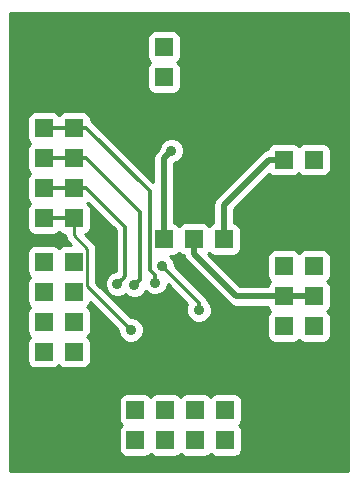
<source format=gbr>
G04 #@! TF.FileFunction,Copper,L1,Top,Signal*
%FSLAX46Y46*%
G04 Gerber Fmt 4.6, Leading zero omitted, Abs format (unit mm)*
G04 Created by KiCad (PCBNEW 0.201503251001+5534~22~ubuntu14.04.1-product) date Čt 26. březen 2015, 00:38:27 CET*
%MOMM*%
G01*
G04 APERTURE LIST*
%ADD10C,0.300000*%
%ADD11R,1.524000X1.524000*%
%ADD12C,6.000000*%
%ADD13C,0.889000*%
%ADD14C,0.500000*%
%ADD15C,0.254000*%
G04 APERTURE END LIST*
D10*
D11*
X11430000Y34290000D03*
X11430000Y36830000D03*
X13970000Y34290000D03*
X13970000Y36830000D03*
X16510000Y34290000D03*
X16510000Y36830000D03*
X3810000Y13589000D03*
X6350000Y13589000D03*
X3810000Y11049000D03*
X6350000Y11049000D03*
X6350000Y18669000D03*
X3810000Y18669000D03*
X3810000Y16129000D03*
X6350000Y16129000D03*
X24130000Y29845000D03*
X26670000Y29845000D03*
X24130000Y27305000D03*
X26670000Y27305000D03*
X24130000Y24765000D03*
X26670000Y24765000D03*
X11557000Y3556000D03*
X11557000Y6096000D03*
X14097000Y3556000D03*
X14097000Y6096000D03*
X16637000Y6096000D03*
X16637000Y3556000D03*
X19177000Y6096000D03*
X19177000Y3556000D03*
X6350000Y27432000D03*
X3810000Y27432000D03*
X3810000Y24892000D03*
X6350000Y24892000D03*
X6350000Y22352000D03*
X3810000Y22352000D03*
X3810000Y29972000D03*
X6350000Y29972000D03*
X13970000Y20574000D03*
X16510000Y20574000D03*
X19050000Y20574000D03*
X24130000Y20828000D03*
X26670000Y20828000D03*
X24130000Y18288000D03*
X26670000Y18288000D03*
X24130000Y15748000D03*
X26670000Y15748000D03*
X24130000Y13208000D03*
X26670000Y13208000D03*
X24130000Y10668000D03*
X26670000Y10668000D03*
D12*
X5080000Y35560000D03*
X5080000Y5080000D03*
X25400000Y35560000D03*
X25400000Y5080000D03*
D13*
X14605000Y28067000D03*
X24130000Y27305000D03*
X16930231Y14565769D03*
X13843000Y18288000D03*
X11477518Y16700488D03*
X10034704Y16777689D03*
X11176000Y12890500D03*
X13208000Y16890999D03*
D14*
X13970000Y20574000D02*
X13970000Y27432000D01*
X13970000Y27432000D02*
X14605000Y28067000D01*
X19050000Y20574000D02*
X19050000Y23487000D01*
X19050000Y23487000D02*
X22868000Y27305000D01*
X22868000Y27305000D02*
X24130000Y27305000D01*
D10*
X16930231Y14565769D02*
X16930231Y15200769D01*
X16930231Y15200769D02*
X13843000Y18288000D01*
X6350000Y27432000D02*
X3810000Y27432000D01*
X11938000Y17160970D02*
X11922017Y17144987D01*
X11922017Y17144987D02*
X11477518Y16700488D01*
X6350000Y27432000D02*
X7412000Y27432000D01*
X7412000Y27432000D02*
X11938000Y22906000D01*
X11938000Y22906000D02*
X11938000Y17160970D01*
X6350000Y24892000D02*
X3810000Y24892000D01*
X6350000Y24892000D02*
X7412000Y24892000D01*
X7412000Y24892000D02*
X10667999Y21636001D01*
X10667999Y21636001D02*
X10667999Y17410984D01*
X10479203Y17222188D02*
X10034704Y16777689D01*
X10667999Y17410984D02*
X10479203Y17222188D01*
X6350000Y22352000D02*
X3810000Y22352000D01*
D15*
X6350000Y22352000D02*
X6350000Y20878802D01*
X6350000Y20878802D02*
X7493001Y19735801D01*
X7493001Y19735801D02*
X7493001Y16573499D01*
X7493001Y16573499D02*
X10731501Y13334999D01*
X10731501Y13334999D02*
X11176000Y12890500D01*
D14*
X22868000Y15748000D02*
X24130000Y15748000D01*
X20074000Y15748000D02*
X22868000Y15748000D01*
X16510000Y19312000D02*
X20074000Y15748000D01*
X16510000Y20574000D02*
X16510000Y19312000D01*
X24130000Y15748000D02*
X26670000Y15748000D01*
D10*
X6350000Y29972000D02*
X3810000Y29972000D01*
X12763509Y24620491D02*
X12763509Y17964107D01*
X6350000Y29972000D02*
X7412000Y29972000D01*
X7412000Y29972000D02*
X12763509Y24620491D01*
X12763509Y17964107D02*
X13208000Y17519616D01*
X13208000Y17519616D02*
X13208000Y16890999D01*
D15*
G36*
X29541000Y939000D02*
X28079440Y939000D01*
X28079440Y12446000D01*
X28079440Y13970000D01*
X28032463Y14212123D01*
X27892673Y14424927D01*
X27814458Y14477723D01*
X27886927Y14525327D01*
X28029377Y14736360D01*
X28079440Y14986000D01*
X28079440Y16510000D01*
X28032463Y16752123D01*
X27892673Y16964927D01*
X27814458Y17017723D01*
X27886927Y17065327D01*
X28029377Y17276360D01*
X28079440Y17526000D01*
X28079440Y19050000D01*
X28032463Y19292123D01*
X27892673Y19504927D01*
X27681640Y19647377D01*
X27432000Y19697440D01*
X25908000Y19697440D01*
X25665877Y19650463D01*
X25453073Y19510673D01*
X25400277Y19432459D01*
X25352673Y19504927D01*
X25141640Y19647377D01*
X24892000Y19697440D01*
X23368000Y19697440D01*
X23125877Y19650463D01*
X22913073Y19510673D01*
X22770623Y19299640D01*
X22720560Y19050000D01*
X22720560Y17526000D01*
X22767537Y17283877D01*
X22907327Y17071073D01*
X22985541Y17018278D01*
X22913073Y16970673D01*
X22770623Y16759640D01*
X22745226Y16633000D01*
X20440579Y16633000D01*
X17724105Y19349474D01*
X17726927Y19351327D01*
X17779722Y19429542D01*
X17827327Y19357073D01*
X18038360Y19214623D01*
X18288000Y19164560D01*
X19812000Y19164560D01*
X20054123Y19211537D01*
X20266927Y19351327D01*
X20409377Y19562360D01*
X20459440Y19812000D01*
X20459440Y21336000D01*
X20412463Y21578123D01*
X20272673Y21790927D01*
X20061640Y21933377D01*
X19935000Y21958774D01*
X19935000Y23120421D01*
X22905473Y26090895D01*
X22907327Y26088073D01*
X23118360Y25945623D01*
X23368000Y25895560D01*
X24892000Y25895560D01*
X25134123Y25942537D01*
X25346927Y26082327D01*
X25399722Y26160542D01*
X25447327Y26088073D01*
X25658360Y25945623D01*
X25908000Y25895560D01*
X27432000Y25895560D01*
X27674123Y25942537D01*
X27886927Y26082327D01*
X28029377Y26293360D01*
X28079440Y26543000D01*
X28079440Y28067000D01*
X28032463Y28309123D01*
X27892673Y28521927D01*
X27681640Y28664377D01*
X27432000Y28714440D01*
X25908000Y28714440D01*
X25665877Y28667463D01*
X25453073Y28527673D01*
X25400277Y28449459D01*
X25352673Y28521927D01*
X25141640Y28664377D01*
X24892000Y28714440D01*
X23368000Y28714440D01*
X23125877Y28667463D01*
X22913073Y28527673D01*
X22770623Y28316640D01*
X22740125Y28164565D01*
X22529325Y28122633D01*
X22242210Y27930790D01*
X22242207Y27930787D01*
X18424210Y24112790D01*
X18232367Y23825675D01*
X18221189Y23769485D01*
X18164999Y23487000D01*
X18165000Y23486994D01*
X18165000Y21959576D01*
X18045877Y21936463D01*
X17833073Y21796673D01*
X17780277Y21718459D01*
X17732673Y21790927D01*
X17521640Y21933377D01*
X17272000Y21983440D01*
X15748000Y21983440D01*
X15505877Y21936463D01*
X15293073Y21796673D01*
X15240277Y21718459D01*
X15192673Y21790927D01*
X14981640Y21933377D01*
X14855000Y21958774D01*
X14855000Y27002278D01*
X15215689Y27151311D01*
X15519622Y27454714D01*
X15684313Y27851332D01*
X15684687Y28280784D01*
X15520689Y28677689D01*
X15379440Y28819184D01*
X15379440Y33528000D01*
X15379440Y35052000D01*
X15332463Y35294123D01*
X15192673Y35506927D01*
X15114458Y35559723D01*
X15186927Y35607327D01*
X15329377Y35818360D01*
X15379440Y36068000D01*
X15379440Y37592000D01*
X15332463Y37834123D01*
X15192673Y38046927D01*
X14981640Y38189377D01*
X14732000Y38239440D01*
X13208000Y38239440D01*
X12965877Y38192463D01*
X12753073Y38052673D01*
X12610623Y37841640D01*
X12560560Y37592000D01*
X12560560Y36068000D01*
X12607537Y35825877D01*
X12747327Y35613073D01*
X12825541Y35560278D01*
X12753073Y35512673D01*
X12610623Y35301640D01*
X12560560Y35052000D01*
X12560560Y33528000D01*
X12607537Y33285877D01*
X12747327Y33073073D01*
X12958360Y32930623D01*
X13208000Y32880560D01*
X14732000Y32880560D01*
X14974123Y32927537D01*
X15186927Y33067327D01*
X15329377Y33278360D01*
X15379440Y33528000D01*
X15379440Y28819184D01*
X15217286Y28981622D01*
X14820668Y29146313D01*
X14391216Y29146687D01*
X13994311Y28982689D01*
X13690378Y28679286D01*
X13525687Y28282668D01*
X13525649Y28239229D01*
X13344210Y28057790D01*
X13152367Y27770675D01*
X13141189Y27714485D01*
X13084999Y27432000D01*
X13085000Y27431994D01*
X13085000Y25409158D01*
X7967079Y30527079D01*
X7759440Y30665818D01*
X7759440Y30734000D01*
X7712463Y30976123D01*
X7572673Y31188927D01*
X7361640Y31331377D01*
X7112000Y31381440D01*
X5588000Y31381440D01*
X5345877Y31334463D01*
X5133073Y31194673D01*
X5080277Y31116459D01*
X5032673Y31188927D01*
X4821640Y31331377D01*
X4572000Y31381440D01*
X3048000Y31381440D01*
X2805877Y31334463D01*
X2593073Y31194673D01*
X2450623Y30983640D01*
X2400560Y30734000D01*
X2400560Y29210000D01*
X2447537Y28967877D01*
X2587327Y28755073D01*
X2665541Y28702278D01*
X2593073Y28654673D01*
X2450623Y28443640D01*
X2400560Y28194000D01*
X2400560Y26670000D01*
X2447537Y26427877D01*
X2587327Y26215073D01*
X2665541Y26162278D01*
X2593073Y26114673D01*
X2450623Y25903640D01*
X2400560Y25654000D01*
X2400560Y24130000D01*
X2447537Y23887877D01*
X2587327Y23675073D01*
X2665541Y23622278D01*
X2593073Y23574673D01*
X2450623Y23363640D01*
X2400560Y23114000D01*
X2400560Y21590000D01*
X2447537Y21347877D01*
X2587327Y21135073D01*
X2798360Y20992623D01*
X3048000Y20942560D01*
X4572000Y20942560D01*
X4814123Y20989537D01*
X5026927Y21129327D01*
X5079722Y21207542D01*
X5127327Y21135073D01*
X5338360Y20992623D01*
X5588000Y20942560D01*
X5588000Y20878802D01*
X5646004Y20587197D01*
X5811185Y20339987D01*
X6072731Y20078440D01*
X5588000Y20078440D01*
X5345877Y20031463D01*
X5133073Y19891673D01*
X5080277Y19813459D01*
X5032673Y19885927D01*
X4821640Y20028377D01*
X4572000Y20078440D01*
X3048000Y20078440D01*
X2805877Y20031463D01*
X2593073Y19891673D01*
X2450623Y19680640D01*
X2400560Y19431000D01*
X2400560Y17907000D01*
X2447537Y17664877D01*
X2587327Y17452073D01*
X2665541Y17399278D01*
X2593073Y17351673D01*
X2450623Y17140640D01*
X2400560Y16891000D01*
X2400560Y15367000D01*
X2447537Y15124877D01*
X2587327Y14912073D01*
X2665541Y14859278D01*
X2593073Y14811673D01*
X2450623Y14600640D01*
X2400560Y14351000D01*
X2400560Y12827000D01*
X2447537Y12584877D01*
X2587327Y12372073D01*
X2665541Y12319278D01*
X2593073Y12271673D01*
X2450623Y12060640D01*
X2400560Y11811000D01*
X2400560Y10287000D01*
X2447537Y10044877D01*
X2587327Y9832073D01*
X2798360Y9689623D01*
X3048000Y9639560D01*
X4572000Y9639560D01*
X4814123Y9686537D01*
X5026927Y9826327D01*
X5079722Y9904542D01*
X5127327Y9832073D01*
X5338360Y9689623D01*
X5588000Y9639560D01*
X7112000Y9639560D01*
X7354123Y9686537D01*
X7566927Y9826327D01*
X7709377Y10037360D01*
X7759440Y10287000D01*
X7759440Y11811000D01*
X7712463Y12053123D01*
X7572673Y12265927D01*
X7494458Y12318723D01*
X7566927Y12366327D01*
X7709377Y12577360D01*
X7759440Y12827000D01*
X7759440Y14351000D01*
X7712463Y14593123D01*
X7572673Y14805927D01*
X7494458Y14858723D01*
X7566927Y14906327D01*
X7709377Y15117360D01*
X7736459Y15252410D01*
X10096500Y12892369D01*
X10096313Y12676716D01*
X10260311Y12279811D01*
X10563714Y11975878D01*
X10960332Y11811187D01*
X11389784Y11810813D01*
X11786689Y11974811D01*
X12090622Y12278214D01*
X12255313Y12674832D01*
X12255687Y13104284D01*
X12091689Y13501189D01*
X11788286Y13805122D01*
X11391668Y13969813D01*
X11174128Y13970003D01*
X8255001Y16889129D01*
X8255001Y19735801D01*
X8196998Y20027405D01*
X8196997Y20027406D01*
X8031817Y20274616D01*
X7322944Y20983488D01*
X7354123Y20989537D01*
X7566927Y21129327D01*
X7709377Y21340360D01*
X7759440Y21590000D01*
X7759440Y23114000D01*
X7712463Y23356123D01*
X7572673Y23568927D01*
X7494458Y23621723D01*
X7541329Y23652513D01*
X9882999Y21310843D01*
X9882999Y17857322D01*
X9820920Y17857376D01*
X9424015Y17693378D01*
X9120082Y17389975D01*
X8955391Y16993357D01*
X8955017Y16563905D01*
X9119015Y16167000D01*
X9422418Y15863067D01*
X9819036Y15698376D01*
X10248488Y15698002D01*
X10645393Y15862000D01*
X10717437Y15933919D01*
X10865232Y15785866D01*
X11261850Y15621175D01*
X11691302Y15620801D01*
X12088207Y15784799D01*
X12392140Y16088202D01*
X12419150Y16153250D01*
X12595714Y15976377D01*
X12992332Y15811686D01*
X13421784Y15811312D01*
X13818689Y15975310D01*
X14122622Y16278713D01*
X14287313Y16675331D01*
X14287363Y16733479D01*
X15964902Y15055940D01*
X15850918Y14781437D01*
X15850544Y14351985D01*
X16014542Y13955080D01*
X16317945Y13651147D01*
X16714563Y13486456D01*
X17144015Y13486082D01*
X17540920Y13650080D01*
X17844853Y13953483D01*
X18009544Y14350101D01*
X18009918Y14779553D01*
X17845920Y15176458D01*
X17688748Y15333904D01*
X17655476Y15501175D01*
X17655476Y15501176D01*
X17485310Y15755848D01*
X14922527Y18318631D01*
X14922687Y18501784D01*
X14758689Y18898689D01*
X14493281Y19164560D01*
X14732000Y19164560D01*
X14974123Y19211537D01*
X15186927Y19351327D01*
X15239722Y19429542D01*
X15287327Y19357073D01*
X15498360Y19214623D01*
X15650435Y19184126D01*
X15681189Y19029516D01*
X15692367Y18973325D01*
X15884210Y18686210D01*
X19448207Y15122214D01*
X19448210Y15122210D01*
X19735325Y14930367D01*
X20074000Y14862999D01*
X20074000Y14863000D01*
X20074005Y14863000D01*
X22744424Y14863000D01*
X22767537Y14743877D01*
X22907327Y14531073D01*
X22985541Y14478278D01*
X22913073Y14430673D01*
X22770623Y14219640D01*
X22720560Y13970000D01*
X22720560Y12446000D01*
X22767537Y12203877D01*
X22907327Y11991073D01*
X23118360Y11848623D01*
X23368000Y11798560D01*
X24892000Y11798560D01*
X25134123Y11845537D01*
X25346927Y11985327D01*
X25399722Y12063542D01*
X25447327Y11991073D01*
X25658360Y11848623D01*
X25908000Y11798560D01*
X27432000Y11798560D01*
X27674123Y11845537D01*
X27886927Y11985327D01*
X28029377Y12196360D01*
X28079440Y12446000D01*
X28079440Y939000D01*
X20586440Y939000D01*
X20586440Y2794000D01*
X20586440Y4318000D01*
X20539463Y4560123D01*
X20399673Y4772927D01*
X20321458Y4825723D01*
X20393927Y4873327D01*
X20536377Y5084360D01*
X20586440Y5334000D01*
X20586440Y6858000D01*
X20539463Y7100123D01*
X20399673Y7312927D01*
X20188640Y7455377D01*
X19939000Y7505440D01*
X18415000Y7505440D01*
X18172877Y7458463D01*
X17960073Y7318673D01*
X17907277Y7240459D01*
X17859673Y7312927D01*
X17648640Y7455377D01*
X17399000Y7505440D01*
X15875000Y7505440D01*
X15632877Y7458463D01*
X15420073Y7318673D01*
X15367277Y7240459D01*
X15319673Y7312927D01*
X15108640Y7455377D01*
X14859000Y7505440D01*
X13335000Y7505440D01*
X13092877Y7458463D01*
X12880073Y7318673D01*
X12827277Y7240459D01*
X12779673Y7312927D01*
X12568640Y7455377D01*
X12319000Y7505440D01*
X10795000Y7505440D01*
X10552877Y7458463D01*
X10340073Y7318673D01*
X10197623Y7107640D01*
X10147560Y6858000D01*
X10147560Y5334000D01*
X10194537Y5091877D01*
X10334327Y4879073D01*
X10412541Y4826278D01*
X10340073Y4778673D01*
X10197623Y4567640D01*
X10147560Y4318000D01*
X10147560Y2794000D01*
X10194537Y2551877D01*
X10334327Y2339073D01*
X10545360Y2196623D01*
X10795000Y2146560D01*
X12319000Y2146560D01*
X12561123Y2193537D01*
X12773927Y2333327D01*
X12826722Y2411542D01*
X12874327Y2339073D01*
X13085360Y2196623D01*
X13335000Y2146560D01*
X14859000Y2146560D01*
X15101123Y2193537D01*
X15313927Y2333327D01*
X15366722Y2411542D01*
X15414327Y2339073D01*
X15625360Y2196623D01*
X15875000Y2146560D01*
X17399000Y2146560D01*
X17641123Y2193537D01*
X17853927Y2333327D01*
X17906722Y2411542D01*
X17954327Y2339073D01*
X18165360Y2196623D01*
X18415000Y2146560D01*
X19939000Y2146560D01*
X20181123Y2193537D01*
X20393927Y2333327D01*
X20536377Y2544360D01*
X20586440Y2794000D01*
X20586440Y939000D01*
X939000Y939000D01*
X939000Y39701000D01*
X29541000Y39701000D01*
X29541000Y939000D01*
X29541000Y939000D01*
G37*
X29541000Y939000D02*
X28079440Y939000D01*
X28079440Y12446000D01*
X28079440Y13970000D01*
X28032463Y14212123D01*
X27892673Y14424927D01*
X27814458Y14477723D01*
X27886927Y14525327D01*
X28029377Y14736360D01*
X28079440Y14986000D01*
X28079440Y16510000D01*
X28032463Y16752123D01*
X27892673Y16964927D01*
X27814458Y17017723D01*
X27886927Y17065327D01*
X28029377Y17276360D01*
X28079440Y17526000D01*
X28079440Y19050000D01*
X28032463Y19292123D01*
X27892673Y19504927D01*
X27681640Y19647377D01*
X27432000Y19697440D01*
X25908000Y19697440D01*
X25665877Y19650463D01*
X25453073Y19510673D01*
X25400277Y19432459D01*
X25352673Y19504927D01*
X25141640Y19647377D01*
X24892000Y19697440D01*
X23368000Y19697440D01*
X23125877Y19650463D01*
X22913073Y19510673D01*
X22770623Y19299640D01*
X22720560Y19050000D01*
X22720560Y17526000D01*
X22767537Y17283877D01*
X22907327Y17071073D01*
X22985541Y17018278D01*
X22913073Y16970673D01*
X22770623Y16759640D01*
X22745226Y16633000D01*
X20440579Y16633000D01*
X17724105Y19349474D01*
X17726927Y19351327D01*
X17779722Y19429542D01*
X17827327Y19357073D01*
X18038360Y19214623D01*
X18288000Y19164560D01*
X19812000Y19164560D01*
X20054123Y19211537D01*
X20266927Y19351327D01*
X20409377Y19562360D01*
X20459440Y19812000D01*
X20459440Y21336000D01*
X20412463Y21578123D01*
X20272673Y21790927D01*
X20061640Y21933377D01*
X19935000Y21958774D01*
X19935000Y23120421D01*
X22905473Y26090895D01*
X22907327Y26088073D01*
X23118360Y25945623D01*
X23368000Y25895560D01*
X24892000Y25895560D01*
X25134123Y25942537D01*
X25346927Y26082327D01*
X25399722Y26160542D01*
X25447327Y26088073D01*
X25658360Y25945623D01*
X25908000Y25895560D01*
X27432000Y25895560D01*
X27674123Y25942537D01*
X27886927Y26082327D01*
X28029377Y26293360D01*
X28079440Y26543000D01*
X28079440Y28067000D01*
X28032463Y28309123D01*
X27892673Y28521927D01*
X27681640Y28664377D01*
X27432000Y28714440D01*
X25908000Y28714440D01*
X25665877Y28667463D01*
X25453073Y28527673D01*
X25400277Y28449459D01*
X25352673Y28521927D01*
X25141640Y28664377D01*
X24892000Y28714440D01*
X23368000Y28714440D01*
X23125877Y28667463D01*
X22913073Y28527673D01*
X22770623Y28316640D01*
X22740125Y28164565D01*
X22529325Y28122633D01*
X22242210Y27930790D01*
X22242207Y27930787D01*
X18424210Y24112790D01*
X18232367Y23825675D01*
X18221189Y23769485D01*
X18164999Y23487000D01*
X18165000Y23486994D01*
X18165000Y21959576D01*
X18045877Y21936463D01*
X17833073Y21796673D01*
X17780277Y21718459D01*
X17732673Y21790927D01*
X17521640Y21933377D01*
X17272000Y21983440D01*
X15748000Y21983440D01*
X15505877Y21936463D01*
X15293073Y21796673D01*
X15240277Y21718459D01*
X15192673Y21790927D01*
X14981640Y21933377D01*
X14855000Y21958774D01*
X14855000Y27002278D01*
X15215689Y27151311D01*
X15519622Y27454714D01*
X15684313Y27851332D01*
X15684687Y28280784D01*
X15520689Y28677689D01*
X15379440Y28819184D01*
X15379440Y33528000D01*
X15379440Y35052000D01*
X15332463Y35294123D01*
X15192673Y35506927D01*
X15114458Y35559723D01*
X15186927Y35607327D01*
X15329377Y35818360D01*
X15379440Y36068000D01*
X15379440Y37592000D01*
X15332463Y37834123D01*
X15192673Y38046927D01*
X14981640Y38189377D01*
X14732000Y38239440D01*
X13208000Y38239440D01*
X12965877Y38192463D01*
X12753073Y38052673D01*
X12610623Y37841640D01*
X12560560Y37592000D01*
X12560560Y36068000D01*
X12607537Y35825877D01*
X12747327Y35613073D01*
X12825541Y35560278D01*
X12753073Y35512673D01*
X12610623Y35301640D01*
X12560560Y35052000D01*
X12560560Y33528000D01*
X12607537Y33285877D01*
X12747327Y33073073D01*
X12958360Y32930623D01*
X13208000Y32880560D01*
X14732000Y32880560D01*
X14974123Y32927537D01*
X15186927Y33067327D01*
X15329377Y33278360D01*
X15379440Y33528000D01*
X15379440Y28819184D01*
X15217286Y28981622D01*
X14820668Y29146313D01*
X14391216Y29146687D01*
X13994311Y28982689D01*
X13690378Y28679286D01*
X13525687Y28282668D01*
X13525649Y28239229D01*
X13344210Y28057790D01*
X13152367Y27770675D01*
X13141189Y27714485D01*
X13084999Y27432000D01*
X13085000Y27431994D01*
X13085000Y25409158D01*
X7967079Y30527079D01*
X7759440Y30665818D01*
X7759440Y30734000D01*
X7712463Y30976123D01*
X7572673Y31188927D01*
X7361640Y31331377D01*
X7112000Y31381440D01*
X5588000Y31381440D01*
X5345877Y31334463D01*
X5133073Y31194673D01*
X5080277Y31116459D01*
X5032673Y31188927D01*
X4821640Y31331377D01*
X4572000Y31381440D01*
X3048000Y31381440D01*
X2805877Y31334463D01*
X2593073Y31194673D01*
X2450623Y30983640D01*
X2400560Y30734000D01*
X2400560Y29210000D01*
X2447537Y28967877D01*
X2587327Y28755073D01*
X2665541Y28702278D01*
X2593073Y28654673D01*
X2450623Y28443640D01*
X2400560Y28194000D01*
X2400560Y26670000D01*
X2447537Y26427877D01*
X2587327Y26215073D01*
X2665541Y26162278D01*
X2593073Y26114673D01*
X2450623Y25903640D01*
X2400560Y25654000D01*
X2400560Y24130000D01*
X2447537Y23887877D01*
X2587327Y23675073D01*
X2665541Y23622278D01*
X2593073Y23574673D01*
X2450623Y23363640D01*
X2400560Y23114000D01*
X2400560Y21590000D01*
X2447537Y21347877D01*
X2587327Y21135073D01*
X2798360Y20992623D01*
X3048000Y20942560D01*
X4572000Y20942560D01*
X4814123Y20989537D01*
X5026927Y21129327D01*
X5079722Y21207542D01*
X5127327Y21135073D01*
X5338360Y20992623D01*
X5588000Y20942560D01*
X5588000Y20878802D01*
X5646004Y20587197D01*
X5811185Y20339987D01*
X6072731Y20078440D01*
X5588000Y20078440D01*
X5345877Y20031463D01*
X5133073Y19891673D01*
X5080277Y19813459D01*
X5032673Y19885927D01*
X4821640Y20028377D01*
X4572000Y20078440D01*
X3048000Y20078440D01*
X2805877Y20031463D01*
X2593073Y19891673D01*
X2450623Y19680640D01*
X2400560Y19431000D01*
X2400560Y17907000D01*
X2447537Y17664877D01*
X2587327Y17452073D01*
X2665541Y17399278D01*
X2593073Y17351673D01*
X2450623Y17140640D01*
X2400560Y16891000D01*
X2400560Y15367000D01*
X2447537Y15124877D01*
X2587327Y14912073D01*
X2665541Y14859278D01*
X2593073Y14811673D01*
X2450623Y14600640D01*
X2400560Y14351000D01*
X2400560Y12827000D01*
X2447537Y12584877D01*
X2587327Y12372073D01*
X2665541Y12319278D01*
X2593073Y12271673D01*
X2450623Y12060640D01*
X2400560Y11811000D01*
X2400560Y10287000D01*
X2447537Y10044877D01*
X2587327Y9832073D01*
X2798360Y9689623D01*
X3048000Y9639560D01*
X4572000Y9639560D01*
X4814123Y9686537D01*
X5026927Y9826327D01*
X5079722Y9904542D01*
X5127327Y9832073D01*
X5338360Y9689623D01*
X5588000Y9639560D01*
X7112000Y9639560D01*
X7354123Y9686537D01*
X7566927Y9826327D01*
X7709377Y10037360D01*
X7759440Y10287000D01*
X7759440Y11811000D01*
X7712463Y12053123D01*
X7572673Y12265927D01*
X7494458Y12318723D01*
X7566927Y12366327D01*
X7709377Y12577360D01*
X7759440Y12827000D01*
X7759440Y14351000D01*
X7712463Y14593123D01*
X7572673Y14805927D01*
X7494458Y14858723D01*
X7566927Y14906327D01*
X7709377Y15117360D01*
X7736459Y15252410D01*
X10096500Y12892369D01*
X10096313Y12676716D01*
X10260311Y12279811D01*
X10563714Y11975878D01*
X10960332Y11811187D01*
X11389784Y11810813D01*
X11786689Y11974811D01*
X12090622Y12278214D01*
X12255313Y12674832D01*
X12255687Y13104284D01*
X12091689Y13501189D01*
X11788286Y13805122D01*
X11391668Y13969813D01*
X11174128Y13970003D01*
X8255001Y16889129D01*
X8255001Y19735801D01*
X8196998Y20027405D01*
X8196997Y20027406D01*
X8031817Y20274616D01*
X7322944Y20983488D01*
X7354123Y20989537D01*
X7566927Y21129327D01*
X7709377Y21340360D01*
X7759440Y21590000D01*
X7759440Y23114000D01*
X7712463Y23356123D01*
X7572673Y23568927D01*
X7494458Y23621723D01*
X7541329Y23652513D01*
X9882999Y21310843D01*
X9882999Y17857322D01*
X9820920Y17857376D01*
X9424015Y17693378D01*
X9120082Y17389975D01*
X8955391Y16993357D01*
X8955017Y16563905D01*
X9119015Y16167000D01*
X9422418Y15863067D01*
X9819036Y15698376D01*
X10248488Y15698002D01*
X10645393Y15862000D01*
X10717437Y15933919D01*
X10865232Y15785866D01*
X11261850Y15621175D01*
X11691302Y15620801D01*
X12088207Y15784799D01*
X12392140Y16088202D01*
X12419150Y16153250D01*
X12595714Y15976377D01*
X12992332Y15811686D01*
X13421784Y15811312D01*
X13818689Y15975310D01*
X14122622Y16278713D01*
X14287313Y16675331D01*
X14287363Y16733479D01*
X15964902Y15055940D01*
X15850918Y14781437D01*
X15850544Y14351985D01*
X16014542Y13955080D01*
X16317945Y13651147D01*
X16714563Y13486456D01*
X17144015Y13486082D01*
X17540920Y13650080D01*
X17844853Y13953483D01*
X18009544Y14350101D01*
X18009918Y14779553D01*
X17845920Y15176458D01*
X17688748Y15333904D01*
X17655476Y15501175D01*
X17655476Y15501176D01*
X17485310Y15755848D01*
X14922527Y18318631D01*
X14922687Y18501784D01*
X14758689Y18898689D01*
X14493281Y19164560D01*
X14732000Y19164560D01*
X14974123Y19211537D01*
X15186927Y19351327D01*
X15239722Y19429542D01*
X15287327Y19357073D01*
X15498360Y19214623D01*
X15650435Y19184126D01*
X15681189Y19029516D01*
X15692367Y18973325D01*
X15884210Y18686210D01*
X19448207Y15122214D01*
X19448210Y15122210D01*
X19735325Y14930367D01*
X20074000Y14862999D01*
X20074000Y14863000D01*
X20074005Y14863000D01*
X22744424Y14863000D01*
X22767537Y14743877D01*
X22907327Y14531073D01*
X22985541Y14478278D01*
X22913073Y14430673D01*
X22770623Y14219640D01*
X22720560Y13970000D01*
X22720560Y12446000D01*
X22767537Y12203877D01*
X22907327Y11991073D01*
X23118360Y11848623D01*
X23368000Y11798560D01*
X24892000Y11798560D01*
X25134123Y11845537D01*
X25346927Y11985327D01*
X25399722Y12063542D01*
X25447327Y11991073D01*
X25658360Y11848623D01*
X25908000Y11798560D01*
X27432000Y11798560D01*
X27674123Y11845537D01*
X27886927Y11985327D01*
X28029377Y12196360D01*
X28079440Y12446000D01*
X28079440Y939000D01*
X20586440Y939000D01*
X20586440Y2794000D01*
X20586440Y4318000D01*
X20539463Y4560123D01*
X20399673Y4772927D01*
X20321458Y4825723D01*
X20393927Y4873327D01*
X20536377Y5084360D01*
X20586440Y5334000D01*
X20586440Y6858000D01*
X20539463Y7100123D01*
X20399673Y7312927D01*
X20188640Y7455377D01*
X19939000Y7505440D01*
X18415000Y7505440D01*
X18172877Y7458463D01*
X17960073Y7318673D01*
X17907277Y7240459D01*
X17859673Y7312927D01*
X17648640Y7455377D01*
X17399000Y7505440D01*
X15875000Y7505440D01*
X15632877Y7458463D01*
X15420073Y7318673D01*
X15367277Y7240459D01*
X15319673Y7312927D01*
X15108640Y7455377D01*
X14859000Y7505440D01*
X13335000Y7505440D01*
X13092877Y7458463D01*
X12880073Y7318673D01*
X12827277Y7240459D01*
X12779673Y7312927D01*
X12568640Y7455377D01*
X12319000Y7505440D01*
X10795000Y7505440D01*
X10552877Y7458463D01*
X10340073Y7318673D01*
X10197623Y7107640D01*
X10147560Y6858000D01*
X10147560Y5334000D01*
X10194537Y5091877D01*
X10334327Y4879073D01*
X10412541Y4826278D01*
X10340073Y4778673D01*
X10197623Y4567640D01*
X10147560Y4318000D01*
X10147560Y2794000D01*
X10194537Y2551877D01*
X10334327Y2339073D01*
X10545360Y2196623D01*
X10795000Y2146560D01*
X12319000Y2146560D01*
X12561123Y2193537D01*
X12773927Y2333327D01*
X12826722Y2411542D01*
X12874327Y2339073D01*
X13085360Y2196623D01*
X13335000Y2146560D01*
X14859000Y2146560D01*
X15101123Y2193537D01*
X15313927Y2333327D01*
X15366722Y2411542D01*
X15414327Y2339073D01*
X15625360Y2196623D01*
X15875000Y2146560D01*
X17399000Y2146560D01*
X17641123Y2193537D01*
X17853927Y2333327D01*
X17906722Y2411542D01*
X17954327Y2339073D01*
X18165360Y2196623D01*
X18415000Y2146560D01*
X19939000Y2146560D01*
X20181123Y2193537D01*
X20393927Y2333327D01*
X20536377Y2544360D01*
X20586440Y2794000D01*
X20586440Y939000D01*
X939000Y939000D01*
X939000Y39701000D01*
X29541000Y39701000D01*
X29541000Y939000D01*
M02*

</source>
